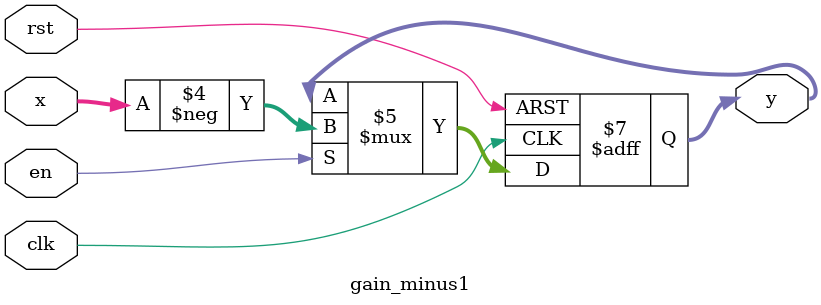
<source format=v>
module gain_minus1 (
   clk,
   rst,
   en,
   x,
   y);
 


parameter N = 61;

input   clk; 
input   rst; 
input   en; 
input   signed [N - 1:0] x; 
output  signed [N - 1:0] y; 

reg     signed [N - 1:0] y; 


always @(posedge clk or posedge rst)
   begin : process_1
   if (rst == 1)
      begin
      y <= 0;   
      end
   else
      begin
      if (en == 1)
         begin
         y <= -x;   
         end
      end
   end

endmodule


</source>
